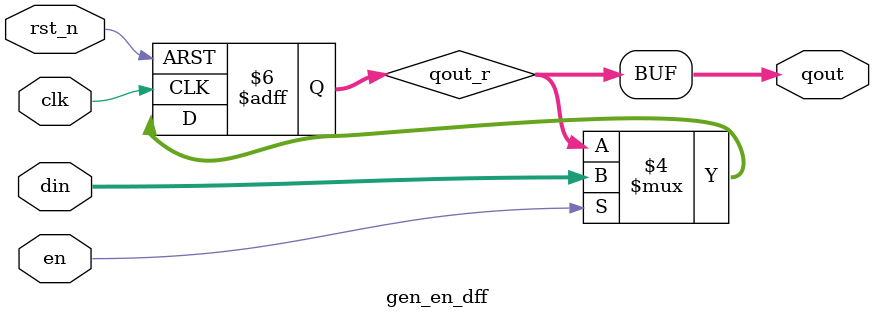
<source format=v>
 /*                                                                      
 Copyright 2020 Blue Liang, liangkangnan@163.com
                                                                         
 Licensed under the Apache License, Version 2.0 (the "License");         
 you may not use this file except in compliance with the License.        
 You may obtain a copy of the License at                                 
                                                                         
     http://www.apache.org/licenses/LICENSE-2.0                          
                                                                         
 Unless required by applicable law or agreed to in writing, software    
 distributed under the License is distributed on an "AS IS" BASIS,       
 WITHOUT WARRANTIES OR CONDITIONS OF ANY KIND, either express or implied.
 See the License for the specific language governing permissions and     
 limitations under the License.                                          
 */


module vld_rdy #(
    parameter CUT_READY = 0)(

    input wire clk,
    input wire rst_n,

    input wire vld_i,
    output wire rdy_o,
    input wire rdy_i,
    output wire vld_o

    );

    wire vld_set;
    wire vld_clr;
    wire vld_ena;
    wire vld_r;
    wire vld_nxt;

    // The valid will be set when input handshaked
    assign vld_set = vld_i & rdy_o;
    // The valid will be clr when output handshaked
    assign vld_clr = vld_o & rdy_i;

    assign vld_ena = vld_set | vld_clr;
    assign vld_nxt = vld_set | (~vld_clr);

    gen_en_dff #(1) vld_dff(clk, rst_n, vld_ena, vld_nxt, vld_r);

    assign vld_o = vld_r;

    if (CUT_READY == 1) begin
        // If cut ready, then only accept when stage is not full
        assign rdy_o = (~vld_r);
    end else begin
        // If not cut ready, then can accept when stage is not full or it is popping 
        assign rdy_o = (~vld_r) | vld_clr;
    end

endmodule

module gen_en_dff #(
    parameter DW = 32)(

    input wire clk,
    input wire rst_n,

    input wire en,
    input wire[DW-1:0] din,
    output wire[DW-1:0] qout

    );

    reg[DW-1:0] qout_r;

    always @ (posedge clk or negedge rst_n) begin
        if (!rst_n) begin
            qout_r <= {DW{1'b0}};
        end else if (en == 1'b1) begin
            qout_r <= din;
        end
    end

    assign qout = qout_r;

endmodule

</source>
